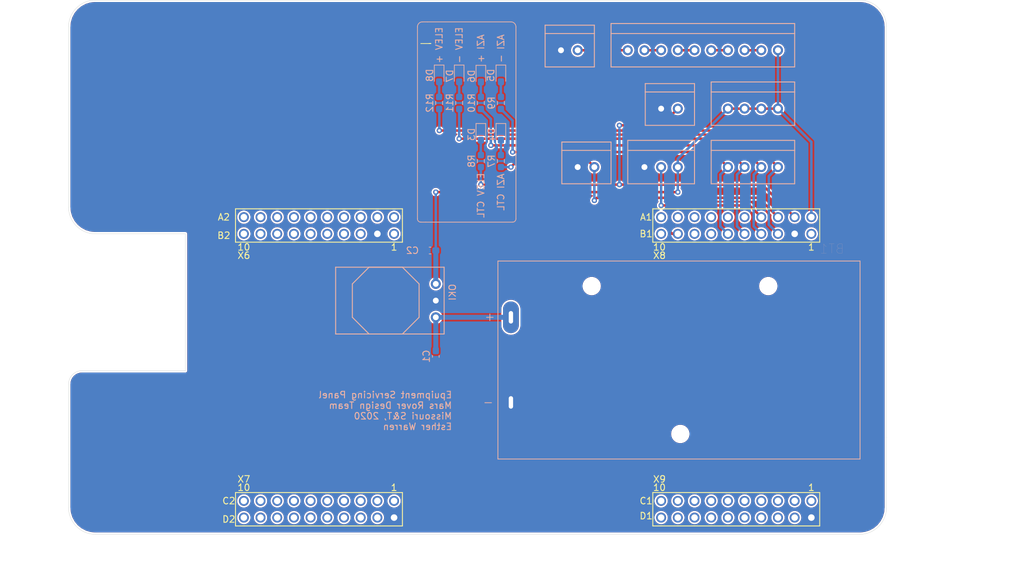
<source format=kicad_pcb>
(kicad_pcb (version 20171130) (host pcbnew "(5.1.5)-3")
  (layers (0 F.Cu signal) (31 B.Cu signal) (34 B.Paste user) (35 F.Paste user) (36 B.SilkS user) (37 F.SilkS user) (38 B.Mask user) (39 F.Mask user) (44 Edge.Cuts user))
  (net 0 "")
  (net 1 +9V)
  (net 2 GND)
  (net 3 +3V3)
  (net 4 ELEV_PLUS)
  (net 5 ELEV_MINUS)
  (net 6 AZI_PLUS)
  (net 7 AZI_MINUS)
  (net 8 ELEV_CTL)
  (net 9 AZI_CTL)
  (net 10 "Net-(Conn6-Pad2)")
  (net 11 "Net-(Conn6-Pad4)")
  (net 12 "Net-(Conn6-Pad6)")
  (net 13 "Net-(Conn6-Pad8)")
  (net 14 "Net-(Conn6-Pad10)")
  (net 15 LCD_TX)
  (net 16 KBoard_RX)
  (net 17 KBoard_TX)
  (net 18 "Net-(U1-PadPM6)")
  (net 19 "Net-(U1-PadPQ1)")
  (net 20 "Net-(U1-PadPQ2)")
  (net 21 "Net-(U1-PadPK0)")
  (net 22 "Net-(U1-PadPQ3)")
  (net 23 "Net-(U1-PadPP3)")
  (net 24 "Net-(U1-PadPQ0)")
  (net 25 "Net-(U1-PadPA4)")
  (net 26 "Net-(U1-PadRese')")
  (net 27 "Net-(U1-PadPA7)")
  (net 28 "Net-(U1-PadPN5)")
  (net 29 "Net-(U1-PadPK2)")
  (net 30 "Net-(U1-PadPK1)")
  (net 31 "Net-(U1-PadPB4)")
  (net 32 "Net-(U1-PadPB5)")
  (net 33 "Net-(U1-PadPK3)")
  (net 34 "Net-(U1-PadPA5)")
  (net 35 "Net-(U1-PadPD2)")
  (net 36 "Net-(U1-PadPD4)")
  (net 37 "Net-(U1-PadPD5)")
  (net 38 "Net-(U1-PadPP4)")
  (net 39 "Net-(U1-PadPN4)")
  (net 40 "Net-(U1-PadPG1)")
  (net 41 "Net-(U1-PadPK4)")
  (net 42 "Net-(U1-PadPK5)")
  (net 43 "Net-(U1-PadPM0)")
  (net 44 "Net-(U1-PadPM1)")
  (net 45 "Net-(U1-PadPM2)")
  (net 46 "Net-(U1-PadPH0)")
  (net 47 "Net-(U1-PadPH1)")
  (net 48 "Net-(U1-PadPK6)")
  (net 49 "Net-(U1-PadPK7)")
  (net 50 "Net-(U1-PadPM7)")
  (net 51 "Net-(U1-PadPP5)")
  (net 52 "Net-(U1-Pad+5V)")
  (net 53 "Net-(U1-PadPD7)")
  (net 54 "Net-(U1-PadPA6)")
  (net 55 "Net-(U1-PadPC6)")
  (net 56 "Net-(U1-PadPE5)")
  (net 57 "Net-(U1-PadPD3)")
  (net 58 "Net-(U1-PadPC7)")
  (net 59 "Net-(U1-PadPB2)")
  (net 60 "Net-(U1-PadPB3)")
  (net 61 "Net-(U1-PadPF1)")
  (net 62 "Net-(U1-PadPF2)")
  (net 63 "Net-(U1-PadPF3)")
  (net 64 "Net-(U1-PadPG0)")
  (net 65 "Net-(U1-PadPL4)")
  (net 66 "Net-(U1-PadPL5)")
  (net 67 "Net-(U1-PadPL0)")
  (net 68 "Net-(U1-PadPL1)")
  (net 69 "Net-(U1-PadPL2)")
  (net 70 "Net-(U1-PadPL3)")
  (net 71 "Net-(U1-PadPM3)")
  (net 72 "Net-(U1-PadPH2)")
  (net 73 "Net-(U1-PadPH3)")
  (net 74 "Net-(U1-PadRese)")
  (net 75 "Net-(U1-PadPD1)")
  (net 76 "Net-(U1-PadPD0)")
  (net 77 "Net-(U1-PadPN2)")
  (net 78 "Net-(U1-PadPN3)")
  (net 79 "Net-(U1-PadPP2)")
  (net 80 "Net-(D3-Pad2)")
  (net 81 "Net-(D4-Pad2)")
  (net 82 "Net-(D5-Pad2)")
  (net 83 "Net-(D6-Pad2)")
  (net 84 "Net-(D7-Pad2)")
  (net 85 "Net-(D8-Pad2)")
  (net 86 "Net-(U1-PadPM4)")
  (net 87 "Net-(U1-PadPM5)")
  (module MRDT_Shields:TM4C129E_Launchpad_FULL_THT_TOP (layer F.Cu) (at 1013.46 -213.36 180)
    (fp_text reference U1 hide)
    (fp_text value TM4C129E_Launchpad hide)
    (fp_text user A2 (at 90.678 -1.27 180) (layer F.SilkS))
    (fp_text user B2 (at 90.678 -4.064 180) (layer F.SilkS))
    (fp_text user A1 (at 26.416 -1.27 180) (layer F.SilkS))
    (fp_text user B1 (at 26.416 -3.81 180) (layer F.SilkS))
    (fp_text user D2 (at 89.916 -47.244) (layer F.SilkS))
    (fp_text user C2 (at 89.916 -44.45 180) (layer F.SilkS))
    (fp_text user D1 (at 26.416 -46.736 180) (layer F.SilkS))
    (fp_text user C1 (at 26.416 -44.45 180) (layer F.SilkS))
    (fp_text user X6 (at 87.63 -7.112) (layer F.SilkS))
    (fp_text user X7 (at 87.63 -41.148 180) (layer F.SilkS))
    (fp_text user X8 (at 24.384 -7.112 180) (layer F.SilkS))
    (fp_text user X9 (at 24.384 -41.148 180) (layer F.SilkS))
    (fp_text user 1 (at 64.77 -5.842 180) (layer F.SilkS))
    (fp_text user 10 (at 87.63 -5.842 180) (layer F.SilkS))
    (fp_text user 10 (at 87.63 -42.418 180) (layer F.SilkS))
    (fp_text user 1 (at 64.77 -42.418 180) (layer F.SilkS))
    (fp_text user 10 (at 24.384 -5.842 180) (layer F.SilkS))
    (fp_text user 1 (at 1.27 -5.842 180) (layer F.SilkS))
    (fp_text user 10 (at 24.384 -42.418 180) (layer F.SilkS))
    (fp_text user 1 (at 1.27 -42.418 180) (layer F.SilkS))
    (fp_line (start 25.4 0) (end 25.4 -5.08) (layer F.SilkS) (width 0.15))
    (fp_line (start 25.4 -5.08) (end 0 -5.08) (layer F.SilkS) (width 0.15))
    (fp_line (start 0 -5.08) (end 0 0) (layer F.SilkS) (width 0.15))
    (fp_line (start 0 0) (end 25.4 0) (layer F.SilkS) (width 0.15))
    (fp_line (start 25.4 -43.18) (end 25.4 -48.26) (layer F.SilkS) (width 0.15))
    (fp_line (start 25.4 -48.26) (end 0 -48.26) (layer F.SilkS) (width 0.15))
    (fp_line (start 0 -48.26) (end 0 -43.18) (layer F.SilkS) (width 0.15))
    (fp_line (start 0 -43.18) (end 25.4 -43.18) (layer F.SilkS) (width 0.15))
    (fp_line (start 88.9 -5.08) (end 63.5 -5.08) (layer F.SilkS) (width 0.15))
    (fp_line (start 63.5 -43.18) (end 88.9 -43.18) (layer F.SilkS) (width 0.15))
    (fp_line (start 88.9 0) (end 88.9 -5.08) (layer F.SilkS) (width 0.15))
    (fp_line (start 63.5 -5.08) (end 63.5 0) (layer F.SilkS) (width 0.15))
    (fp_line (start 63.5 0) (end 88.9 0) (layer F.SilkS) (width 0.15))
    (fp_line (start 88.9 -43.18) (end 88.9 -48.26) (layer F.SilkS) (width 0.15))
    (fp_line (start 88.9 -48.26) (end 63.5 -48.26) (layer F.SilkS) (width 0.15))
    (fp_line (start 63.5 -48.26) (end 63.5 -43.18) (layer F.SilkS) (width 0.15))
    (pad PP2 thru_hole circle (at 24.13 -46.99) (size 1.52 1.52) (drill 1) (layers *.Cu *.Mask F.Paste) (net 79 "Net-(U1-PadPP2)"))
    (pad PN3 thru_hole circle (at 21.59 -46.99) (size 1.52 1.52) (drill 1) (layers *.Cu *.Mask F.Paste) (net 78 "Net-(U1-PadPN3)"))
    (pad PN2 thru_hole circle (at 19.05 -46.99) (size 1.52 1.52) (drill 1) (layers *.Cu *.Mask F.Paste) (net 77 "Net-(U1-PadPN2)"))
    (pad PD0 thru_hole circle (at 16.51 -46.99) (size 1.52 1.52) (drill 1) (layers *.Cu *.Mask F.Paste) (net 76 "Net-(U1-PadPD0)"))
    (pad PD1 thru_hole circle (at 13.97 -46.99) (size 1.52 1.52) (drill 1) (layers *.Cu *.Mask F.Paste) (net 75 "Net-(U1-PadPD1)"))
    (pad Rese thru_hole circle (at 11.43 -46.99) (size 1.52 1.52) (drill 1) (layers *.Cu *.Mask F.Paste) (net 74 "Net-(U1-PadRese)"))
    (pad PH3 thru_hole circle (at 8.89 -46.99) (size 1.52 1.52) (drill 1) (layers *.Cu *.Mask F.Paste) (net 73 "Net-(U1-PadPH3)"))
    (pad PH2 thru_hole circle (at 6.35 -46.99) (size 1.52 1.52) (drill 1) (layers *.Cu *.Mask F.Paste) (net 72 "Net-(U1-PadPH2)"))
    (pad PM3 thru_hole circle (at 3.81 -46.99) (size 1.52 1.52) (drill 1) (layers *.Cu *.Mask F.Paste) (net 71 "Net-(U1-PadPM3)"))
    (pad GND thru_hole circle (at 1.27 -46.99) (size 1.52 1.52) (drill 1) (layers *.Cu *.Mask F.Paste) (net 2 GND))
    (pad PL3 thru_hole circle (at 24.13 -44.45) (size 1.52 1.52) (drill 1) (layers *.Cu *.Mask F.Paste) (net 70 "Net-(U1-PadPL3)"))
    (pad PL2 thru_hole circle (at 21.59 -44.45) (size 1.52 1.52) (drill 1) (layers *.Cu *.Mask F.Paste) (net 69 "Net-(U1-PadPL2)"))
    (pad PL1 thru_hole circle (at 19.05 -44.45) (size 1.52 1.52) (drill 1) (layers *.Cu *.Mask F.Paste) (net 68 "Net-(U1-PadPL1)"))
    (pad PL0 thru_hole circle (at 16.51 -44.45) (size 1.52 1.52) (drill 1) (layers *.Cu *.Mask F.Paste) (net 67 "Net-(U1-PadPL0)"))
    (pad PL5 thru_hole circle (at 13.97 -44.45) (size 1.52 1.52) (drill 1) (layers *.Cu *.Mask F.Paste) (net 66 "Net-(U1-PadPL5)"))
    (pad PL4 thru_hole circle (at 11.43 -44.45) (size 1.52 1.52) (drill 1) (layers *.Cu *.Mask F.Paste) (net 65 "Net-(U1-PadPL4)"))
    (pad PG0 thru_hole circle (at 8.89 -44.45) (size 1.52 1.52) (drill 1) (layers *.Cu *.Mask F.Paste) (net 64 "Net-(U1-PadPG0)"))
    (pad PF3 thru_hole circle (at 6.35 -44.45) (size 1.52 1.52) (drill 1) (layers *.Cu *.Mask F.Paste) (net 63 "Net-(U1-PadPF3)"))
    (pad PF2 thru_hole circle (at 3.81 -44.45) (size 1.52 1.52) (drill 1) (layers *.Cu *.Mask F.Paste) (net 62 "Net-(U1-PadPF2)"))
    (pad PF1 thru_hole circle (at 1.27 -44.45) (size 1.52 1.52) (drill 1) (layers *.Cu *.Mask F.Paste) (net 61 "Net-(U1-PadPF1)"))
    (pad PB3 thru_hole circle (at 24.13 -1.27) (size 1.52 1.52) (drill 1) (layers *.Cu *.Mask F.Paste) (net 60 "Net-(U1-PadPB3)"))
    (pad PB2 thru_hole circle (at 21.59 -1.27) (size 1.52 1.52) (drill 1) (layers *.Cu *.Mask F.Paste) (net 59 "Net-(U1-PadPB2)"))
    (pad PC7 thru_hole circle (at 19.05 -1.27) (size 1.52 1.52) (drill 1) (layers *.Cu *.Mask F.Paste) (net 58 "Net-(U1-PadPC7)"))
    (pad PD3 thru_hole circle (at 16.51 -1.27) (size 1.52 1.52) (drill 1) (layers *.Cu *.Mask F.Paste) (net 57 "Net-(U1-PadPD3)"))
    (pad PE5 thru_hole circle (at 13.97 -1.27) (size 1.52 1.52) (drill 1) (layers *.Cu *.Mask F.Paste) (net 56 "Net-(U1-PadPE5)"))
    (pad PC6 thru_hole circle (at 11.43 -1.27) (size 1.52 1.52) (drill 1) (layers *.Cu *.Mask F.Paste) (net 55 "Net-(U1-PadPC6)"))
    (pad PC5 thru_hole circle (at 8.89 -1.27) (size 1.52 1.52) (drill 1) (layers *.Cu *.Mask F.Paste) (net 15 LCD_TX))
    (pad PC4 thru_hole circle (at 6.35 -1.27) (size 1.52 1.52) (drill 1) (layers *.Cu *.Mask F.Paste) (net 9 AZI_CTL))
    (pad PE4 thru_hole circle (at 3.81 -1.27) (size 1.52 1.52) (drill 1) (layers *.Cu *.Mask F.Paste) (net 8 ELEV_CTL))
    (pad +3V3 thru_hole circle (at 1.27 -1.27) (size 1.52 1.52) (drill 1) (layers *.Cu *.Mask F.Paste) (net 3 +3V3))
    (pad PM5 thru_hole circle (at 24.13 -3.81) (size 1.52 1.52) (drill 1) (layers *.Cu *.Mask F.Paste) (net 87 "Net-(U1-PadPM5)"))
    (pad PM4 thru_hole circle (at 21.59 -3.81) (size 1.52 1.52) (drill 1) (layers *.Cu *.Mask F.Paste) (net 86 "Net-(U1-PadPM4)"))
    (pad PA6 thru_hole circle (at 19.05 -3.81) (size 1.52 1.52) (drill 1) (layers *.Cu *.Mask F.Paste) (net 54 "Net-(U1-PadPA6)"))
    (pad PD7 thru_hole circle (at 16.51 -3.81) (size 1.52 1.52) (drill 1) (layers *.Cu *.Mask F.Paste) (net 53 "Net-(U1-PadPD7)"))
    (pad PE3 thru_hole circle (at 13.97 -3.81) (size 1.52 1.52) (drill 1) (layers *.Cu *.Mask F.Paste) (net 7 AZI_MINUS))
    (pad PE2 thru_hole circle (at 11.43 -3.81) (size 1.52 1.52) (drill 1) (layers *.Cu *.Mask F.Paste) (net 6 AZI_PLUS))
    (pad PE1 thru_hole circle (at 8.89 -3.81) (size 1.52 1.52) (drill 1) (layers *.Cu *.Mask F.Paste) (net 5 ELEV_MINUS))
    (pad PE0 thru_hole circle (at 6.35 -3.81) (size 1.52 1.52) (drill 1) (layers *.Cu *.Mask F.Paste) (net 4 ELEV_PLUS))
    (pad GND thru_hole circle (at 3.81 -3.81) (size 1.52 1.52) (drill 1) (layers *.Cu *.Mask F.Paste) (net 2 GND))
    (pad +5V thru_hole circle (at 1.27 -3.81) (size 1.52 1.52) (drill 1) (layers *.Cu *.Mask F.Paste) (net 52 "Net-(U1-Pad+5V)"))
    (pad PP5 thru_hole circle (at 69.85 -46.99) (size 1.52 1.52) (drill 1) (layers *.Cu *.Mask F.Paste) (net 51 "Net-(U1-PadPP5)"))
    (pad PM7 thru_hole circle (at 67.31 -46.99) (size 1.52 1.52) (drill 1) (layers *.Cu *.Mask F.Paste) (net 50 "Net-(U1-PadPM7)"))
    (pad GND thru_hole circle (at 64.77 -46.99) (size 1.52 1.52) (drill 1) (layers *.Cu *.Mask F.Paste) (net 2 GND))
    (pad PK7 thru_hole circle (at 87.63 -44.45) (size 1.52 1.52) (drill 1) (layers *.Cu *.Mask F.Paste) (net 49 "Net-(U1-PadPK7)"))
    (pad PK6 thru_hole circle (at 85.09 -44.45) (size 1.52 1.52) (drill 1) (layers *.Cu *.Mask F.Paste) (net 48 "Net-(U1-PadPK6)"))
    (pad PH1 thru_hole circle (at 82.55 -44.45) (size 1.52 1.52) (drill 1) (layers *.Cu *.Mask F.Paste) (net 47 "Net-(U1-PadPH1)"))
    (pad PH0 thru_hole circle (at 80.01 -44.45) (size 1.52 1.52) (drill 1) (layers *.Cu *.Mask F.Paste) (net 46 "Net-(U1-PadPH0)"))
    (pad PM2 thru_hole circle (at 77.47 -44.45) (size 1.52 1.52) (drill 1) (layers *.Cu *.Mask F.Paste) (net 45 "Net-(U1-PadPM2)"))
    (pad PM1 thru_hole circle (at 74.93 -44.45) (size 1.52 1.52) (drill 1) (layers *.Cu *.Mask F.Paste) (net 44 "Net-(U1-PadPM1)"))
    (pad PM0 thru_hole circle (at 72.39 -44.45) (size 1.52 1.52) (drill 1) (layers *.Cu *.Mask F.Paste) (net 43 "Net-(U1-PadPM0)"))
    (pad PK5 thru_hole circle (at 69.85 -44.45) (size 1.52 1.52) (drill 1) (layers *.Cu *.Mask F.Paste) (net 42 "Net-(U1-PadPK5)"))
    (pad PK4 thru_hole circle (at 67.31 -44.45) (size 1.52 1.52) (drill 1) (layers *.Cu *.Mask F.Paste) (net 41 "Net-(U1-PadPK4)"))
    (pad PG1 thru_hole circle (at 64.77 -44.45) (size 1.52 1.52) (drill 1) (layers *.Cu *.Mask F.Paste) (net 40 "Net-(U1-PadPG1)"))
    (pad PN4 thru_hole circle (at 87.63 -1.27) (size 1.52 1.52) (drill 1) (layers *.Cu *.Mask F.Paste) (net 39 "Net-(U1-PadPN4)"))
    (pad PP4 thru_hole circle (at 82.55 -1.27) (size 1.52 1.52) (drill 1) (layers *.Cu *.Mask F.Paste) (net 38 "Net-(U1-PadPP4)"))
    (pad PD5 thru_hole circle (at 77.47 -1.27) (size 1.52 1.52) (drill 1) (layers *.Cu *.Mask F.Paste) (net 37 "Net-(U1-PadPD5)"))
    (pad PD4 thru_hole circle (at 74.93 -1.27) (size 1.52 1.52) (drill 1) (layers *.Cu *.Mask F.Paste) (net 36 "Net-(U1-PadPD4)"))
    (pad PP1 thru_hole circle (at 72.39 -1.27) (size 1.52 1.52) (drill 1) (layers *.Cu *.Mask F.Paste) (net 17 KBoard_TX))
    (pad PP0 thru_hole circle (at 69.85 -1.27) (size 1.52 1.52) (drill 1) (layers *.Cu *.Mask F.Paste) (net 16 KBoard_RX))
    (pad PD2 thru_hole circle (at 67.31 -1.27) (size 1.52 1.52) (drill 1) (layers *.Cu *.Mask F.Paste) (net 35 "Net-(U1-PadPD2)"))
    (pad PA5 thru_hole circle (at 87.63 -3.81) (size 1.52 1.52) (drill 1) (layers *.Cu *.Mask F.Paste) (net 34 "Net-(U1-PadPA5)"))
    (pad PK3 thru_hole circle (at 82.55 -3.81) (size 1.52 1.52) (drill 1) (layers *.Cu *.Mask F.Paste) (net 33 "Net-(U1-PadPK3)"))
    (pad PB5 thru_hole circle (at 72.39 -3.81) (size 1.52 1.52) (drill 1) (layers *.Cu *.Mask F.Paste) (net 32 "Net-(U1-PadPB5)"))
    (pad PB4 thru_hole circle (at 69.85 -3.81) (size 1.52 1.52) (drill 1) (layers *.Cu *.Mask F.Paste) (net 31 "Net-(U1-PadPB4)"))
    (pad GND thru_hole circle (at 67.31 -3.81) (size 1.52 1.52) (drill 1) (layers *.Cu *.Mask F.Paste) (net 2 GND))
    (pad +5V` thru_hole circle (at 64.77 -3.81) (size 1.52 1.52) (drill 1) (layers *.Cu *.Mask F.Paste))
    (pad PK1 thru_hole circle (at 77.47 -3.81) (size 1.52 1.52) (drill 1) (layers *.Cu *.Mask F.Paste) (net 30 "Net-(U1-PadPK1)"))
    (pad PK2 thru_hole circle (at 80.01 -3.81) (size 1.52 1.52) (drill 1) (layers *.Cu *.Mask F.Paste) (net 29 "Net-(U1-PadPK2)"))
    (pad PN5 thru_hole circle (at 85.09 -1.27) (size 1.52 1.52) (drill 1) (layers *.Cu *.Mask F.Paste) (net 28 "Net-(U1-PadPN5)"))
    (pad PA7 thru_hole circle (at 72.39 -46.99) (size 1.52 1.52) (drill 1) (layers *.Cu *.Mask F.Paste) (net 27 "Net-(U1-PadPA7)"))
    (pad Rese' thru_hole circle (at 74.93 -46.99) (size 1.52 1.52) (drill 1) (layers *.Cu *.Mask F.Paste) (net 26 "Net-(U1-PadRese')"))
    (pad PA4 thru_hole circle (at 85.09 -3.81) (size 1.52 1.52) (drill 1) (layers *.Cu *.Mask F.Paste) (net 25 "Net-(U1-PadPA4)"))
    (pad PQ0 thru_hole circle (at 80.01 -1.27) (size 1.52 1.52) (drill 1) (layers *.Cu *.Mask F.Paste) (net 24 "Net-(U1-PadPQ0)"))
    (pad PP3 thru_hole circle (at 82.55 -46.99) (size 1.52 1.52) (drill 1) (layers *.Cu *.Mask F.Paste) (net 23 "Net-(U1-PadPP3)"))
    (pad PQ3 thru_hole circle (at 80.01 -46.99) (size 1.52 1.52) (drill 1) (layers *.Cu *.Mask F.Paste) (net 22 "Net-(U1-PadPQ3)"))
    (pad PK0 thru_hole circle (at 74.93 -3.81) (size 1.52 1.52) (drill 1) (layers *.Cu *.Mask F.Paste) (net 21 "Net-(U1-PadPK0)"))
    (pad PQ2 thru_hole circle (at 77.47 -46.99) (size 1.52 1.52) (drill 1) (layers *.Cu *.Mask F.Paste) (net 20 "Net-(U1-PadPQ2)"))
    (pad PQ1 thru_hole circle (at 85.09 -46.99) (size 1.52 1.52) (drill 1) (layers *.Cu *.Mask F.Paste) (net 19 "Net-(U1-PadPQ1)"))
    (pad PM6 thru_hole circle (at 87.63 -46.99) (size 1.52 1.52) (drill 1) (layers *.Cu *.Mask F.Paste) (net 18 "Net-(U1-PadPM6)"))
    (pad +3V3` thru_hole circle (at 64.77 -1.27) (size 1.52 1.52) (drill 1) (layers *.Cu *.Mask F.Paste))
  )
  (module Resistor_SMD:R_0603_1608Metric_Pad0.98x0.95mm_HandSolder (layer B.Cu) (at 955.548 -229.4655 270)
    (fp_text reference R12 (at 0 1.43 270) (layer B.SilkS) (effects (justify mirror)))
    (fp_text value 330)
    (fp_line (start -0.254724 -0.5225) (end 0.254724 -0.5225) (layer B.SilkS) (width 0.12))
    (fp_line (start -0.254724 0.5225) (end 0.254724 0.5225) (layer B.SilkS) (width 0.12))
    (pad 2 smd roundrect (at 0.9125 0 270) (size 0.975 0.95) (layers B.Cu B.Paste B.Mask) (net 4 ELEV_PLUS))
    (pad 1 smd roundrect (at -0.9125 0 270) (size 0.975 0.95) (layers B.Cu B.Paste B.Mask) (net 85 "Net-(D8-Pad2)"))
  )
  (module Resistor_SMD:R_0603_1608Metric_Pad0.98x0.95mm_HandSolder (layer B.Cu) (at 958.596 -229.4655 270)
    (fp_text reference R11 (at 0 1.43 270) (layer B.SilkS) (effects (justify mirror)))
    (fp_text value 330)
    (fp_line (start -0.254724 -0.5225) (end 0.254724 -0.5225) (layer B.SilkS) (width 0.12))
    (fp_line (start -0.254724 0.5225) (end 0.254724 0.5225) (layer B.SilkS) (width 0.12))
    (pad 2 smd roundrect (at 0.9125 0 270) (size 0.975 0.95) (layers B.Cu B.Paste B.Mask) (net 5 ELEV_MINUS))
    (pad 1 smd roundrect (at -0.9125 0 270) (size 0.975 0.95) (layers B.Cu B.Paste B.Mask) (net 84 "Net-(D7-Pad2)"))
  )
  (module Resistor_SMD:R_0603_1608Metric_Pad0.98x0.95mm_HandSolder (layer B.Cu) (at 961.898 -229.4655 270)
    (fp_text reference R10 (at 0 1.43 270) (layer B.SilkS) (effects (justify mirror)))
    (fp_text value 330)
    (fp_line (start -0.254724 -0.5225) (end 0.254724 -0.5225) (layer B.SilkS) (width 0.12))
    (fp_line (start -0.254724 0.5225) (end 0.254724 0.5225) (layer B.SilkS) (width 0.12))
    (pad 2 smd roundrect (at 0.9125 0 270) (size 0.975 0.95) (layers B.Cu B.Paste B.Mask) (net 6 AZI_PLUS))
    (pad 1 smd roundrect (at -0.9125 0 270) (size 0.975 0.95) (layers B.Cu B.Paste B.Mask) (net 83 "Net-(D6-Pad2)"))
  )
  (module Resistor_SMD:R_0603_1608Metric_Pad0.98x0.95mm_HandSolder (layer B.Cu) (at 964.946 -229.4655 270)
    (fp_text reference R9 (at 0 1.43 270) (layer B.SilkS) (effects (justify mirror)))
    (fp_text value 330)
    (fp_line (start -0.254724 -0.5225) (end 0.254724 -0.5225) (layer B.SilkS) (width 0.12))
    (fp_line (start -0.254724 0.5225) (end 0.254724 0.5225) (layer B.SilkS) (width 0.12))
    (pad 2 smd roundrect (at 0.9125 0 270) (size 0.975 0.95) (layers B.Cu B.Paste B.Mask) (net 7 AZI_MINUS))
    (pad 1 smd roundrect (at -0.9125 0 270) (size 0.975 0.95) (layers B.Cu B.Paste B.Mask) (net 82 "Net-(D5-Pad2)"))
  )
  (module LED_SMD:LED_0603_1608Metric_Pad1.05x0.95mm_HandSolder (layer B.Cu) (at 955.548 -233.567 270)
    (fp_text reference D8 (at -0.113 1.43 270) (layer B.SilkS) (effects (justify mirror)))
    (fp_text value BLUE)
    (fp_line (start -1.66 -0.735) (end 0.8 -0.735) (layer B.SilkS) (width 0.12))
    (fp_line (start -1.66 0.735) (end -1.66 -0.735) (layer B.SilkS) (width 0.12))
    (fp_line (start 0.8 0.735) (end -1.66 0.735) (layer B.SilkS) (width 0.12))
    (pad 2 smd roundrect (at 0.875 0 270) (size 1.05 0.95) (layers B.Cu B.Paste B.Mask) (net 85 "Net-(D8-Pad2)"))
    (pad 1 smd roundrect (at -0.875 0 270) (size 1.05 0.95) (layers B.Cu B.Paste B.Mask) (net 2 GND))
  )
  (module LED_SMD:LED_0603_1608Metric_Pad1.05x0.95mm_HandSolder (layer B.Cu) (at 958.596 -233.567 270)
    (fp_text reference D7 (at 0 1.43 270) (layer B.SilkS) (effects (justify mirror)))
    (fp_text value BLUE)
    (fp_line (start -1.66 -0.735) (end 0.8 -0.735) (layer B.SilkS) (width 0.12))
    (fp_line (start -1.66 0.735) (end -1.66 -0.735) (layer B.SilkS) (width 0.12))
    (fp_line (start 0.8 0.735) (end -1.66 0.735) (layer B.SilkS) (width 0.12))
    (pad 2 smd roundrect (at 0.875 0 270) (size 1.05 0.95) (layers B.Cu B.Paste B.Mask) (net 84 "Net-(D7-Pad2)"))
    (pad 1 smd roundrect (at -0.875 0 270) (size 1.05 0.95) (layers B.Cu B.Paste B.Mask) (net 2 GND))
  )
  (module LED_SMD:LED_0603_1608Metric_Pad1.05x0.95mm_HandSolder (layer B.Cu) (at 961.898 -233.539 270)
    (fp_text reference D6 (at 0 1.43 270) (layer B.SilkS) (effects (justify mirror)))
    (fp_text value BLUE)
    (fp_line (start -1.66 -0.735) (end 0.8 -0.735) (layer B.SilkS) (width 0.12))
    (fp_line (start -1.66 0.735) (end -1.66 -0.735) (layer B.SilkS) (width 0.12))
    (fp_line (start 0.8 0.735) (end -1.66 0.735) (layer B.SilkS) (width 0.12))
    (pad 2 smd roundrect (at 0.875 0 270) (size 1.05 0.95) (layers B.Cu B.Paste B.Mask) (net 83 "Net-(D6-Pad2)"))
    (pad 1 smd roundrect (at -0.875 0 270) (size 1.05 0.95) (layers B.Cu B.Paste B.Mask) (net 2 GND))
  )
  (module LED_SMD:LED_0603_1608Metric_Pad1.05x0.95mm_HandSolder (layer B.Cu) (at 964.946 -233.567 270)
    (fp_text reference D5 (at -0.113 1.524 270) (layer B.SilkS) (effects (justify mirror)))
    (fp_text value BLUE)
    (fp_line (start -1.66 -0.735) (end 0.8 -0.735) (layer B.SilkS) (width 0.12))
    (fp_line (start -1.66 0.735) (end -1.66 -0.735) (layer B.SilkS) (width 0.12))
    (fp_line (start 0.8 0.735) (end -1.66 0.735) (layer B.SilkS) (width 0.12))
    (pad 2 smd roundrect (at 0.875 0 270) (size 1.05 0.95) (layers B.Cu B.Paste B.Mask) (net 82 "Net-(D5-Pad2)"))
    (pad 1 smd roundrect (at -0.875 0 270) (size 1.05 0.95) (layers B.Cu B.Paste B.Mask) (net 2 GND))
  )
  (module LED_SMD:LED_0603_1608Metric_Pad1.05x0.95mm_HandSolder (layer B.Cu) (at 964.946 -224.677 270)
    (fp_text reference D4 (at 0 1.43 270) (layer B.SilkS) (effects (justify mirror)))
    (fp_text value BLUE)
    (fp_line (start -1.66 -0.735) (end 0.8 -0.735) (layer B.SilkS) (width 0.12))
    (fp_line (start -1.66 0.735) (end -1.66 -0.735) (layer B.SilkS) (width 0.12))
    (fp_line (start 0.8 0.735) (end -1.66 0.735) (layer B.SilkS) (width 0.12))
    (pad 2 smd roundrect (at 0.875 0 270) (size 1.05 0.95) (layers B.Cu B.Paste B.Mask) (net 81 "Net-(D4-Pad2)"))
    (pad 1 smd roundrect (at -0.875 0 270) (size 1.05 0.95) (layers B.Cu B.Paste B.Mask) (net 2 GND))
  )
  (module LED_SMD:LED_0603_1608Metric_Pad1.05x0.95mm_HandSolder (layer B.Cu) (at 961.898 -224.677 270)
    (fp_text reference D3 (at 0 1.43 270) (layer B.SilkS) (effects (justify mirror)))
    (fp_text value BLUE)
    (fp_line (start -1.66 -0.735) (end 0.8 -0.735) (layer B.SilkS) (width 0.12))
    (fp_line (start -1.66 0.735) (end -1.66 -0.735) (layer B.SilkS) (width 0.12))
    (fp_line (start 0.8 0.735) (end -1.66 0.735) (layer B.SilkS) (width 0.12))
    (pad 2 smd roundrect (at 0.875 0 270) (size 1.05 0.95) (layers B.Cu B.Paste B.Mask) (net 80 "Net-(D3-Pad2)"))
    (pad 1 smd roundrect (at -0.875 0 270) (size 1.05 0.95) (layers B.Cu B.Paste B.Mask) (net 2 GND))
  )
  (module Packages:BAT_BC9VPC (layer B.Cu) (at 992.251 -190.373 180)
    (fp_text reference BT1 (at -23.055 16.889) (layer B.SilkS) (effects (font (size 1.4 1.4) (thickness 0.015)) (justify mirror)))
    (fp_text value BC9VPC)
    (fp_line (start 28.9874 5.9768) (end 28.9874 6.9768) (layer B.SilkS) (width 0.127))
    (fp_line (start 28.4874 6.4768) (end 29.4874 6.4768) (layer B.SilkS) (width 0.127))
    (fp_line (start 28.7374 -6.5232) (end 29.7374 -6.5232) (layer B.SilkS) (width 0.127))
    (fp_line (start 27.7622 15.0368) (end -27.3558 15.0368) (layer B.SilkS) (width 0.127))
    (fp_line (start 27.7622 -15.0876) (end 27.7622 15.0368) (layer B.SilkS) (width 0.127))
    (fp_line (start -27.3558 -15.0876) (end 27.7622 -15.0876) (layer B.SilkS) (width 0.127))
    (fp_line (start -27.3558 15.0368) (end -27.3558 -15.0876) (layer B.SilkS) (width 0.127))
    (pad None np_thru_hole circle (at 0 -11.2776 180) (size 2.286 2.286) (drill 2.286) (layers *.Cu *.Mask))
    (pad None np_thru_hole circle (at -13.3858 11.2268 180) (size 2.286 2.286) (drill 2.286) (layers *.Cu *.Mask))
    (pad None np_thru_hole circle (at 13.4874 11.2268 180) (size 2.286 2.286) (drill 2.286) (layers *.Cu *.Mask))
    (pad N thru_hole oval (at 25.781 -6.477 180) (size 2.41 4.82) (drill oval 0.6604 1.905) (layers *.Cu *.Mask) (net 2 GND))
    (pad P thru_hole oval (at 25.781 6.477 180) (size 2.41 4.82) (drill oval 0.6604 1.905) (layers *.Cu *.Mask) (net 1 +9V))
  )
  (module Capacitor_SMD:C_0603_1608Metric_Pad1.08x0.95mm_HandSolder (layer B.Cu) (at 955.04 -190.9075 270)
    (fp_text reference C1 (at 0 1.43 270) (layer B.SilkS) (effects (justify mirror)))
    (fp_text value 10uF)
    (fp_line (start -0.146267 -0.51) (end 0.146267 -0.51) (layer B.SilkS) (width 0.12))
    (fp_line (start -0.146267 0.51) (end 0.146267 0.51) (layer B.SilkS) (width 0.12))
    (pad 1 smd roundrect (at -0.8625 0 270) (size 1.075 0.95) (layers B.Cu B.Paste B.Mask) (net 1 +9V))
    (pad 2 smd roundrect (at 0.8625 0 270) (size 1.075 0.95) (layers B.Cu B.Paste B.Mask) (net 2 GND))
  )
  (module Capacitor_SMD:C_0603_1608Metric_Pad1.08x0.95mm_HandSolder (layer B.Cu) (at 954.1775 -207.01 180)
    (fp_text reference C2 (at 2.6935 0) (layer B.SilkS) (effects (justify mirror)))
    (fp_text value 10uF)
    (fp_line (start -0.146267 0.51) (end 0.146267 0.51) (layer B.SilkS) (width 0.12))
    (fp_line (start -0.146267 -0.51) (end 0.146267 -0.51) (layer B.SilkS) (width 0.12))
    (pad 2 smd roundrect (at 0.8625 0 180) (size 1.075 0.95) (layers B.Cu B.Paste B.Mask) (net 2 GND))
    (pad 1 smd roundrect (at -0.8625 0 180) (size 1.075 0.95) (layers B.Cu B.Paste B.Mask) (net 3 +3V3))
  )
  (module MRDT_Connectors:MOLEX_SL_04_Vertical (layer B.Cu) (at 1007.11 -219.71 180)
    (fp_text reference Conn2 hide)
    (fp_text value Joystick_OUT)
    (fp_line (start -2.54 -2.54) (end -2.54 2.54) (layer B.SilkS) (width 0.15))
    (fp_line (start 10.16 -2.54) (end 10.16 2.54) (layer B.SilkS) (width 0.15))
    (fp_line (start -2.54 2.54) (end 10.16 2.54) (layer B.SilkS) (width 0.15))
    (fp_line (start 10.16 -2.54) (end -2.54 -2.54) (layer B.SilkS) (width 0.15))
    (fp_line (start -2.54 4.064) (end -2.54 2.54) (layer B.SilkS) (width 0.15))
    (fp_line (start 10.16 2.54) (end 10.16 4.064) (layer B.SilkS) (width 0.15))
    (fp_line (start 10.16 4.064) (end -2.54 4.064) (layer B.SilkS) (width 0.15))
    (pad 1 thru_hole circle (at 0 0 180) (size 1.524 1.524) (drill 0.9) (layers *.Cu *.Mask) (net 4 ELEV_PLUS))
    (pad 2 thru_hole circle (at 2.54 0 180) (size 1.524 1.524) (drill 0.9) (layers *.Cu *.Mask) (net 5 ELEV_MINUS))
    (pad 3 thru_hole circle (at 5.08 0 180) (size 1.524 1.524) (drill 0.9) (layers *.Cu *.Mask) (net 6 AZI_PLUS))
    (pad 4 thru_hole circle (at 7.62 0 180) (size 1.524 1.524) (drill 0.9) (layers *.Cu *.Mask) (net 7 AZI_MINUS))
    (pad 4 thru_hole circle (at 7.62 0 180) (size 1.524 1.524) (drill 0.9) (layers *.Cu *.Mask) (net 7 AZI_MINUS))
  )
  (module MRDT_Connectors:MOLEX_SL_04_Vertical (layer B.Cu) (at 1007.11 -228.6 180)
    (fp_text reference Conn3 hide)
    (fp_text value Joystick_GND)
    (fp_line (start 10.16 4.064) (end -2.54 4.064) (layer B.SilkS) (width 0.15))
    (fp_line (start 10.16 2.54) (end 10.16 4.064) (layer B.SilkS) (width 0.15))
    (fp_line (start -2.54 4.064) (end -2.54 2.54) (layer B.SilkS) (width 0.15))
    (fp_line (start 10.16 -2.54) (end -2.54 -2.54) (layer B.SilkS) (width 0.15))
    (fp_line (start -2.54 2.54) (end 10.16 2.54) (layer B.SilkS) (width 0.15))
    (fp_line (start 10.16 -2.54) (end 10.16 2.54) (layer B.SilkS) (width 0.15))
    (fp_line (start -2.54 -2.54) (end -2.54 2.54) (layer B.SilkS) (width 0.15))
    (pad 4 thru_hole circle (at 7.62 0 180) (size 1.524 1.524) (drill 0.9) (layers *.Cu *.Mask) (net 3 +3V3))
    (pad 4 thru_hole circle (at 7.62 0 180) (size 1.524 1.524) (drill 0.9) (layers *.Cu *.Mask) (net 3 +3V3))
    (pad 3 thru_hole circle (at 5.08 0 180) (size 1.524 1.524) (drill 0.9) (layers *.Cu *.Mask) (net 3 +3V3))
    (pad 2 thru_hole circle (at 2.54 0 180) (size 1.524 1.524) (drill 0.9) (layers *.Cu *.Mask) (net 3 +3V3))
    (pad 1 thru_hole circle (at 0 0 180) (size 1.524 1.524) (drill 0.9) (layers *.Cu *.Mask) (net 3 +3V3))
  )
  (module MRDT_Connectors:MOLEX_SL_02_Vertical (layer B.Cu) (at 991.87 -228.6 180)
    (fp_text reference Conn4 hide)
    (fp_text value ELEV)
    (fp_line (start -2.54 3.81) (end 4.953 3.81) (layer B.SilkS) (width 0.15))
    (fp_line (start 4.953 3.81) (end 4.953 2.54) (layer B.SilkS) (width 0.15))
    (fp_line (start -2.54 2.54) (end -2.54 3.81) (layer B.SilkS) (width 0.15))
    (fp_line (start 4.953 -2.54) (end -2.54 -2.54) (layer B.SilkS) (width 0.15))
    (fp_line (start -2.54 2.54) (end 4.953 2.54) (layer B.SilkS) (width 0.15))
    (fp_line (start 4.953 2.54) (end 4.953 -2.54) (layer B.SilkS) (width 0.15))
    (fp_line (start -2.54 2.54) (end -2.54 -2.54) (layer B.SilkS) (width 0.15))
    (pad 2 thru_hole circle (at 2.54 0 180) (size 1.524 1.524) (drill 0.9) (layers *.Cu *.Mask) (net 2 GND))
    (pad 1 thru_hole circle (at 0 0 180) (size 1.524 1.524) (drill 0.9) (layers *.Cu *.Mask) (net 8 ELEV_CTL))
  )
  (module MRDT_Connectors:MOLEX_SL_02_Vertical (layer B.Cu) (at 979.17 -219.71 180)
    (fp_text reference Conn5 hide)
    (fp_text value AZI)
    (fp_line (start -2.54 2.54) (end -2.54 -2.54) (layer B.SilkS) (width 0.15))
    (fp_line (start 4.953 2.54) (end 4.953 -2.54) (layer B.SilkS) (width 0.15))
    (fp_line (start -2.54 2.54) (end 4.953 2.54) (layer B.SilkS) (width 0.15))
    (fp_line (start 4.953 -2.54) (end -2.54 -2.54) (layer B.SilkS) (width 0.15))
    (fp_line (start -2.54 2.54) (end -2.54 3.81) (layer B.SilkS) (width 0.15))
    (fp_line (start 4.953 3.81) (end 4.953 2.54) (layer B.SilkS) (width 0.15))
    (fp_line (start -2.54 3.81) (end 4.953 3.81) (layer B.SilkS) (width 0.15))
    (pad 1 thru_hole circle (at 0 0 180) (size 1.524 1.524) (drill 0.9) (layers *.Cu *.Mask) (net 9 AZI_CTL))
    (pad 2 thru_hole circle (at 2.54 0 180) (size 1.524 1.524) (drill 0.9) (layers *.Cu *.Mask) (net 2 GND))
  )
  (module MRDT_Connectors:MOLEX_SL_10_Vertical (layer B.Cu) (at 1007.11 -237.49 180)
    (fp_text reference Conn6 hide)
    (fp_text value Switches)
    (fp_line (start -2.54 -2.54) (end -2.54 2.54) (layer B.SilkS) (width 0.15))
    (fp_line (start 25.4 -2.54) (end 25.4 2.54) (layer B.SilkS) (width 0.15))
    (fp_line (start -2.54 2.54) (end 25.4 2.54) (layer B.SilkS) (width 0.15))
    (fp_line (start 25.4 -2.54) (end -2.54 -2.54) (layer B.SilkS) (width 0.15))
    (fp_line (start -2.54 4.064) (end -2.54 2.54) (layer B.SilkS) (width 0.15))
    (fp_line (start 25.4 2.54) (end 25.4 4.064) (layer B.SilkS) (width 0.15))
    (fp_line (start 25.4 4.064) (end -2.54 4.064) (layer B.SilkS) (width 0.15))
    (pad 1 thru_hole circle (at 0 0 180) (size 1.524 1.524) (drill 0.9) (layers *.Cu *.Mask) (net 3 +3V3))
    (pad 2 thru_hole circle (at 2.54 0 180) (size 1.524 1.524) (drill 0.9) (layers *.Cu *.Mask) (net 10 "Net-(Conn6-Pad2)"))
    (pad 3 thru_hole circle (at 5.08 0 180) (size 1.524 1.524) (drill 0.9) (layers *.Cu *.Mask) (net 10 "Net-(Conn6-Pad2)"))
    (pad 4 thru_hole circle (at 7.62 0 180) (size 1.524 1.524) (drill 0.9) (layers *.Cu *.Mask) (net 11 "Net-(Conn6-Pad4)"))
    (pad 5 thru_hole circle (at 10.16 0 180) (size 1.524 1.524) (drill 0.9) (layers *.Cu *.Mask) (net 11 "Net-(Conn6-Pad4)"))
    (pad 6 thru_hole circle (at 12.7 0 180) (size 1.524 1.524) (drill 0.9) (layers *.Cu *.Mask) (net 12 "Net-(Conn6-Pad6)"))
    (pad 7 thru_hole circle (at 15.24 0 180) (size 1.524 1.524) (drill 0.9) (layers *.Cu *.Mask) (net 12 "Net-(Conn6-Pad6)"))
    (pad 8 thru_hole circle (at 17.78 0 180) (size 1.524 1.524) (drill 0.9) (layers *.Cu *.Mask) (net 13 "Net-(Conn6-Pad8)"))
    (pad 9 thru_hole circle (at 20.32 0 180) (size 1.524 1.524) (drill 0.9) (layers *.Cu *.Mask) (net 13 "Net-(Conn6-Pad8)"))
    (pad 10 thru_hole circle (at 22.86 0 180) (size 1.524 1.524) (drill 0.9) (layers *.Cu *.Mask) (net 14 "Net-(Conn6-Pad10)"))
  )
  (module MRDT_Connectors:MOLEX_SL_02_Vertical (layer B.Cu) (at 976.63 -237.49 180)
    (fp_text reference Conn7 hide)
    (fp_text value Green_LED)
    (fp_line (start -2.54 2.54) (end -2.54 -2.54) (layer B.SilkS) (width 0.15))
    (fp_line (start 4.953 2.54) (end 4.953 -2.54) (layer B.SilkS) (width 0.15))
    (fp_line (start -2.54 2.54) (end 4.953 2.54) (layer B.SilkS) (width 0.15))
    (fp_line (start 4.953 -2.54) (end -2.54 -2.54) (layer B.SilkS) (width 0.15))
    (fp_line (start -2.54 2.54) (end -2.54 3.81) (layer B.SilkS) (width 0.15))
    (fp_line (start 4.953 3.81) (end 4.953 2.54) (layer B.SilkS) (width 0.15))
    (fp_line (start -2.54 3.81) (end 4.953 3.81) (layer B.SilkS) (width 0.15))
    (pad 1 thru_hole circle (at 0 0 180) (size 1.524 1.524) (drill 0.9) (layers *.Cu *.Mask) (net 14 "Net-(Conn6-Pad10)"))
    (pad 2 thru_hole circle (at 2.54 0 180) (size 1.524 1.524) (drill 0.9) (layers *.Cu *.Mask) (net 2 GND))
  )
  (module MRDT_Connectors:MOLEX_SL_03_Vertical (layer B.Cu) (at 991.87 -219.71 180)
    (fp_text reference Conn8 hide)
    (fp_text value Molex_SL_03)
    (fp_line (start 7.62 -2.54) (end 7.62 2.54) (layer B.SilkS) (width 0.15))
    (fp_line (start -2.54 -2.54) (end -2.54 2.54) (layer B.SilkS) (width 0.15))
    (fp_line (start 7.62 2.54) (end -2.54 2.54) (layer B.SilkS) (width 0.15))
    (fp_line (start -2.54 -2.54) (end 7.62 -2.54) (layer B.SilkS) (width 0.15))
    (fp_line (start -2.54 4.064) (end -2.54 2.54) (layer B.SilkS) (width 0.15))
    (fp_line (start 7.62 2.54) (end 7.62 4.064) (layer B.SilkS) (width 0.15))
    (fp_line (start 7.62 4.064) (end -2.54 4.064) (layer B.SilkS) (width 0.15))
    (pad 1 thru_hole circle (at 0 0 180) (size 1.524 1.524) (drill 0.9) (layers *.Cu *.Mask) (net 3 +3V3))
    (pad 2 thru_hole circle (at 2.54 0 180) (size 1.524 1.524) (drill 0.9) (layers *.Cu *.Mask) (net 15 LCD_TX))
    (pad 3 thru_hole circle (at 5.08 0 180) (size 1.524 1.524) (drill 0.9) (layers *.Cu *.Mask) (net 2 GND))
  )
  (module MRDT_Devices:OKI_Horizontal (layer B.Cu) (at 955.04 -196.85 90)
    (fp_text reference U2 hide)
    (fp_text value OKI (at 3.81 2.54 270) (layer B.SilkS) (effects (justify mirror)))
    (fp_line (start 5.08 -2.54) (end 7.62 -5.08) (layer B.SilkS) (width 0.15))
    (fp_line (start 7.62 -5.08) (end 7.62 -10.16) (layer B.SilkS) (width 0.15))
    (fp_line (start 7.62 -10.16) (end 5.08 -12.7) (layer B.SilkS) (width 0.15))
    (fp_line (start 5.08 -12.7) (end 0 -12.7) (layer B.SilkS) (width 0.15))
    (fp_line (start 0 -12.7) (end -2.54 -10.16) (layer B.SilkS) (width 0.15))
    (fp_line (start -2.54 -10.16) (end -2.54 -5.08) (layer B.SilkS) (width 0.15))
    (fp_line (start -2.54 -5.08) (end 0 -2.54) (layer B.SilkS) (width 0.15))
    (fp_line (start 0 -2.54) (end 5.08 -2.54) (layer B.SilkS) (width 0.15))
    (fp_line (start -2.54 -15.24) (end 7.62 -15.24) (layer B.SilkS) (width 0.15))
    (fp_line (start -2.54 1.27) (end 7.62 1.27) (layer B.SilkS) (width 0.15))
    (fp_line (start 7.62 1.27) (end 7.62 -15.24) (layer B.SilkS) (width 0.15))
    (fp_line (start -2.54 -15.24) (end -2.54 1.27) (layer B.SilkS) (width 0.15))
    (pad 3 thru_hole circle (at 5.08 0 90) (size 1.524 1.524) (drill 0.889) (layers *.Cu *.Mask) (net 3 +3V3))
    (pad 2 thru_hole circle (at 2.54 0 90) (size 1.524 1.524) (drill 0.889) (layers *.Cu *.Mask) (net 2 GND))
    (pad 1 thru_hole circle (at 0 0 90) (size 1.524 1.524) (drill 0.889) (layers *.Cu *.Mask) (net 1 +9V))
  )
  (module Resistor_SMD:R_0603_1608Metric_Pad0.98x0.95mm_HandSolder (layer B.Cu) (at 964.946 -220.6225 270)
    (fp_text reference R7 (at 0 1.43 270) (layer B.SilkS) (effects (justify mirror)))
    (fp_text value 330)
    (fp_line (start -0.254724 -0.5225) (end 0.254724 -0.5225) (layer B.SilkS) (width 0.12))
    (fp_line (start -0.254724 0.5225) (end 0.254724 0.5225) (layer B.SilkS) (width 0.12))
    (pad 1 smd roundrect (at -0.9125 0 270) (size 0.975 0.95) (layers B.Cu B.Paste B.Mask) (net 81 "Net-(D4-Pad2)"))
    (pad 2 smd roundrect (at 0.9125 0 270) (size 0.975 0.95) (layers B.Cu B.Paste B.Mask) (net 9 AZI_CTL))
  )
  (module Resistor_SMD:R_0603_1608Metric_Pad0.98x0.95mm_HandSolder (layer B.Cu) (at 961.898 -220.6225 270)
    (fp_text reference R8 (at 0 1.43 270) (layer B.SilkS) (effects (justify mirror)))
    (fp_text value 330)
    (fp_line (start -0.254724 0.5225) (end 0.254724 0.5225) (layer B.SilkS) (width 0.12))
    (fp_line (start -0.254724 -0.5225) (end 0.254724 -0.5225) (layer B.SilkS) (width 0.12))
    (pad 2 smd roundrect (at 0.9125 0 270) (size 0.975 0.95) (layers B.Cu B.Paste B.Mask) (net 8 ELEV_CTL))
    (pad 1 smd roundrect (at -0.9125 0 270) (size 0.975 0.95) (layers B.Cu B.Paste B.Mask) (net 80 "Net-(D3-Pad2)"))
  )
  (gr_text "Epuipment Servicing Panel\nMars Rover Design Team\nMissouri S&T, 2020\nEsther Warren" (at 957.58 -182.626) (layer B.SilkS) (effects (font (size 1 1)) (justify left mirror)))
  (gr_arc (start 966.724 -211.836) (end 966.724 -211.328) (angle -90) (layer B.SilkS) (width 0.12))
  (gr_arc (start 952.754 -211.836) (end 952.246 -211.836) (angle -90) (layer B.SilkS) (width 0.12))
  (gr_arc (start 953.008 -241.046) (end 953.008 -241.808) (angle -90) (layer B.SilkS) (width 0.12))
  (gr_arc (start 966.47 -241.046) (end 967.232 -241.046) (angle -90) (layer B.SilkS) (width 0.12))
  (gr_line (start 953.008 -241.808) (end 953.77 -241.808) (layer B.SilkS) (width 0.12))
  (gr_line (start 952.246 -211.836) (end 952.246 -241.046) (layer B.SilkS) (width 0.12))
  (gr_line (start 952.754 -211.328) (end 952.754 -211.328) (layer B.SilkS) (width 0.12))
  (gr_line (start 953.516 -211.328) (end 952.754 -211.328) (layer B.SilkS) (width 0.12))
  (gr_line (start 966.724 -211.328) (end 953.516 -211.328) (layer B.SilkS) (width 0.12))
  (gr_line (start 967.232 -241.046) (end 967.232 -211.836) (layer B.SilkS) (width 0.12))
  (gr_line (start 953.77 -241.808) (end 966.47 -241.808) (layer B.SilkS) (width 0.12))
  (gr_text "ELEV CTL" (at 961.898 -215.392 90) (layer B.SilkS) (effects (font (size 1 1)) (justify mirror)))
  (gr_text "AZI CTL" (at 964.946 -215.9 90) (layer B.SilkS) (effects (font (size 1 1)) (justify mirror)))
  (gr_text "ELEV -" (at 958.596 -238.252 90) (layer B.SilkS) (effects (font (size 1 1)) (justify mirror)))
  (gr_text "ELEV +" (at 955.548 -238.252 90) (layer B.SilkS) (effects (font (size 1 1)) (justify mirror)))
  (gr_text "AZI +" (at 961.898 -237.744 90) (layer B.SilkS) (effects (font (size 1 1)) (justify mirror)))
  (gr_text "AZI -" (at 964.946 -237.744 90) (layer B.SilkS) (effects (font (size 1 1)) (justify mirror)))
  (gr_line (start 954.024 -238.506) (end 954.278 -238.506) (layer F.SilkS) (width 0.12))
  (gr_line (start 954.278 -238.506) (end 954.024 -238.506) (layer F.SilkS) (width 0.12))
  (gr_line (start 952.754 -238.506) (end 954.278 -238.506) (layer F.SilkS) (width 0.12))
  (gr_line (start 1023.62 -178.562) (end 1023.62 -174.498) (layer Edge.Cuts) (width 0.05))
  (gr_line (start 899.16 -178.562) (end 899.16 -174.498) (layer Edge.Cuts) (width 0.05))
  (gr_arc (start 1019.556 -241.046) (end 1019.556 -245.11) (angle 90) (layer Edge.Cuts) (width 0.05))
  (gr_arc (start 903.224 -241.046) (end 899.16 -241.046) (angle 90) (layer Edge.Cuts) (width 0.05))
  (gr_arc (start 903.224 -213.614) (end 903.224 -209.55) (angle 90) (layer Edge.Cuts) (width 0.05))
  (gr_arc (start 1019.556 -167.894) (end 1023.62 -167.894) (angle 90) (layer Edge.Cuts) (width 0.05))
  (gr_arc (start 903.224 -167.894) (end 903.224 -163.83) (angle 90) (layer Edge.Cuts) (width 0.05))
  (gr_line (start 899.16 -174.498) (end 899.16 -167.894) (layer Edge.Cuts) (width 0.05))
  (gr_line (start 916.94 -188.722) (end 901.192 -188.722) (layer Edge.Cuts) (width 0.05))
  (gr_line (start 916.94 -209.55) (end 916.94 -188.722) (layer Edge.Cuts) (width 0.05))
  (gr_line (start 903.224 -209.55) (end 916.94 -209.55) (layer Edge.Cuts) (width 0.05))
  (gr_line (start 899.16 -241.046) (end 899.16 -213.614) (layer Edge.Cuts) (width 0.05))
  (gr_line (start 1019.556 -245.11) (end 903.224 -245.11) (layer Edge.Cuts) (width 0.05))
  (gr_line (start 1023.62 -178.562) (end 1023.62 -241.046) (layer Edge.Cuts) (width 0.05))
  (gr_line (start 1023.62 -167.894) (end 1023.62 -174.498) (layer Edge.Cuts) (width 0.05))
  (gr_line (start 903.224 -163.83) (end 1019.556 -163.83) (layer Edge.Cuts) (width 0.05))
  (gr_line (start 899.16 -186.69) (end 899.16 -178.562) (layer Edge.Cuts) (width 0.05))
  (gr_arc (start 901.192 -186.69) (end 899.16 -186.69) (angle 90) (layer Edge.Cuts) (width 0.05))
  (segment (start 955.04 -191.77) (end 955.04 -196.85) (width 0.762) (layer B.Cu) (net 1))
  (segment (start 964.884 -196.85) (end 955.04 -196.85) (width 0.762) (layer B.Cu) (net 1))
  (segment (start 964.884 -196.85) (end 966.47 -196.85) (width 0.762) (layer B.Cu) (net 1))
  (segment (start 955.04 -207.01) (end 955.04 -201.93) (width 0.762) (layer B.Cu) (net 3))
  (segment (start 1007.11 -237.49) (end 1007.11 -228.6) (width 0.381) (layer B.Cu) (net 3))
  (segment (start 1007.11 -228.6) (end 999.49 -228.6) (width 0.381) (layer F.Cu) (net 3))
  (segment (start 1012.19 -223.52) (end 1012.19 -212.09) (width 0.381) (layer B.Cu) (net 3))
  (segment (start 1007.11 -228.6) (end 1012.19 -223.52) (width 0.381) (layer B.Cu) (net 3))
  (segment (start 991.87 -220.98) (end 991.87 -219.71) (width 0.381) (layer B.Cu) (net 3))
  (segment (start 999.49 -228.6) (end 991.87 -220.98) (width 0.381) (layer B.Cu) (net 3))
  (segment (start 955.04 -207.01) (end 955.04 -215.9) (width 0.381) (layer B.Cu) (net 3))
  (segment (start 955.04 -215.9) (end 955.04 -215.9) (width 0.381) (layer B.Cu) (net 3))
  (via (at 955.04 -215.9) (size 0.8) (drill 0.4) (layers F.Cu B.Cu) (net 3))
  (segment (start 955.04 -215.9) (end 981.456 -215.9) (width 0.381) (layer F.Cu) (net 3))
  (segment (start 981.456 -215.9) (end 991.87 -215.9) (width 0.381) (layer F.Cu) (net 3))
  (segment (start 991.87 -215.9) (end 991.87 -215.9) (width 0.381) (layer F.Cu) (net 3))
  (via (at 991.87 -215.9) (size 0.8) (drill 0.4) (layers F.Cu B.Cu) (net 3))
  (segment (start 991.87 -215.9) (end 991.87 -219.71) (width 0.381) (layer B.Cu) (net 3))
  (segment (start 1005.720501 -218.320501) (end 1007.11 -219.71) (width 0.381) (layer B.Cu) (net 4))
  (segment (start 1005.720501 -210.939499) (end 1005.720501 -218.320501) (width 0.381) (layer B.Cu) (net 4))
  (segment (start 1007.11 -209.55) (end 1005.720501 -210.939499) (width 0.381) (layer B.Cu) (net 4))
  (segment (start 1001.550501 -225.269499) (end 955.576501 -225.269499) (width 0.381) (layer F.Cu) (net 4))
  (segment (start 1007.11 -219.71) (end 1001.550501 -225.269499) (width 0.381) (layer F.Cu) (net 4))
  (segment (start 955.576501 -225.269499) (end 955.576501 -225.269499) (width 0.381) (layer F.Cu) (net 4))
  (via (at 955.576501 -225.269499) (size 0.8) (drill 0.4) (layers F.Cu B.Cu) (net 4))
  (segment (start 955.576501 -228.524499) (end 955.548 -228.553) (width 0.381) (layer B.Cu) (net 4))
  (segment (start 955.576501 -225.269499) (end 955.576501 -228.524499) (width 0.381) (layer B.Cu) (net 4))
  (segment (start 1003.419499 -218.559499) (end 1004.57 -219.71) (width 0.381) (layer B.Cu) (net 5))
  (segment (start 1003.419499 -210.700501) (end 1003.419499 -218.559499) (width 0.381) (layer B.Cu) (net 5))
  (segment (start 1004.57 -209.55) (end 1003.419499 -210.700501) (width 0.381) (layer B.Cu) (net 5))
  (segment (start 1004.57 -219.71) (end 1000.252 -224.028) (width 0.381) (layer F.Cu) (net 5))
  (segment (start 1000.252 -224.028) (end 958.596 -224.028) (width 0.381) (layer F.Cu) (net 5))
  (segment (start 958.596 -224.028) (end 958.596 -224.028) (width 0.381) (layer F.Cu) (net 5))
  (via (at 958.596 -224.028) (size 0.8) (drill 0.4) (layers F.Cu B.Cu) (net 5))
  (segment (start 958.596 -224.028) (end 958.596 -228.553) (width 0.381) (layer B.Cu) (net 5))
  (segment (start 1000.879499 -218.559499) (end 1002.03 -219.71) (width 0.381) (layer B.Cu) (net 6))
  (segment (start 1000.879499 -210.700501) (end 1000.879499 -218.559499) (width 0.381) (layer B.Cu) (net 6))
  (segment (start 1002.03 -209.55) (end 1000.879499 -210.700501) (width 0.381) (layer B.Cu) (net 6))
  (segment (start 1002.03 -219.71) (end 998.728 -223.012) (width 0.381) (layer F.Cu) (net 6))
  (segment (start 998.728 -223.012) (end 966.978 -223.012) (width 0.381) (layer F.Cu) (net 6))
  (segment (start 966.978 -223.012) (end 963.422 -223.012) (width 0.381) (layer F.Cu) (net 6))
  (segment (start 963.422 -223.012) (end 963.422 -223.012) (width 0.381) (layer F.Cu) (net 6))
  (via (at 963.422 -223.012) (size 0.8) (drill 0.4) (layers F.Cu B.Cu) (net 6))
  (segment (start 963.422 -227.029) (end 961.898 -228.553) (width 0.381) (layer B.Cu) (net 6))
  (segment (start 963.422 -223.012) (end 963.422 -227.029) (width 0.381) (layer B.Cu) (net 6))
  (segment (start 998.339499 -218.559499) (end 999.49 -219.71) (width 0.381) (layer B.Cu) (net 7))
  (segment (start 998.339499 -210.700501) (end 998.339499 -218.559499) (width 0.381) (layer B.Cu) (net 7))
  (segment (start 999.49 -209.55) (end 998.339499 -210.700501) (width 0.381) (layer B.Cu) (net 7))
  (segment (start 999.49 -219.71) (end 997.204 -221.996) (width 0.381) (layer F.Cu) (net 7))
  (segment (start 997.204 -221.996) (end 966.724 -221.996) (width 0.381) (layer F.Cu) (net 7))
  (segment (start 966.724 -221.996) (end 966.724 -221.996) (width 0.381) (layer F.Cu) (net 7))
  (via (at 966.724 -221.996) (size 0.8) (drill 0.4) (layers F.Cu B.Cu) (net 7))
  (segment (start 966.724 -226.775) (end 964.946 -228.553) (width 0.381) (layer B.Cu) (net 7))
  (segment (start 966.724 -221.996) (end 966.724 -226.775) (width 0.381) (layer B.Cu) (net 7))
  (segment (start 961.898 -219.71) (end 961.898 -217.043) (width 0.381) (layer B.Cu) (net 8))
  (segment (start 982.98 -217.043) (end 982.98 -217.043) (width 0.381) (layer F.Cu) (net 8))
  (segment (start 982.98 -226.06) (end 982.98 -226.06) (width 0.381) (layer B.Cu) (net 8))
  (via (at 982.98 -226.06) (size 0.8) (drill 0.4) (layers F.Cu B.Cu) (net 8))
  (segment (start 989.33 -226.06) (end 991.87 -228.6) (width 0.381) (layer F.Cu) (net 8))
  (segment (start 982.98 -226.06) (end 989.33 -226.06) (width 0.381) (layer F.Cu) (net 8))
  (via (at 961.898 -217.043) (size 0.8) (drill 0.4) (layers F.Cu B.Cu) (net 8))
  (segment (start 982.98 -217.043) (end 961.898 -217.043) (width 0.381) (layer F.Cu) (net 8))
  (via (at 982.98 -217.043) (size 0.8) (drill 0.4) (layers F.Cu B.Cu) (net 8))
  (segment (start 982.98 -225.494315) (end 982.98 -217.043) (width 0.381) (layer B.Cu) (net 8))
  (segment (start 982.98 -226.06) (end 982.98 -225.494315) (width 0.25) (layer B.Cu) (net 8))
  (segment (start 1004.697 -217.043) (end 1009.65 -212.09) (width 0.381) (layer F.Cu) (net 8))
  (segment (start 982.98 -217.043) (end 1004.697 -217.043) (width 0.381) (layer F.Cu) (net 8))
  (segment (start 964.946 -219.71) (end 966.47 -219.71) (width 0.381) (layer B.Cu) (net 9))
  (segment (start 966.47 -219.71) (end 966.724 -219.71) (width 0.381) (layer B.Cu) (net 9))
  (via (at 966.47 -219.71) (size 0.8) (drill 0.4) (layers F.Cu B.Cu) (net 9))
  (segment (start 978.017499 -220.862501) (end 979.17 -219.71) (width 0.381) (layer F.Cu) (net 9))
  (segment (start 967.622501 -220.862501) (end 978.017499 -220.862501) (width 0.381) (layer F.Cu) (net 9))
  (segment (start 966.47 -219.71) (end 967.622501 -220.862501) (width 0.381) (layer F.Cu) (net 9))
  (segment (start 979.17 -219.71) (end 979.17 -218.63237) (width 0.381) (layer B.Cu) (net 9))
  (segment (start 979.17 -218.63237) (end 979.17 -214.63) (width 0.381) (layer B.Cu) (net 9))
  (segment (start 979.17 -214.63) (end 979.17 -214.63) (width 0.381) (layer B.Cu) (net 9))
  (via (at 979.17 -214.63) (size 0.8) (drill 0.4) (layers F.Cu B.Cu) (net 9))
  (segment (start 1006.350001 -212.849999) (end 1007.11 -212.09) (width 0.381) (layer F.Cu) (net 9))
  (segment (start 1004.170001 -215.029999) (end 1006.350001 -212.849999) (width 0.381) (layer F.Cu) (net 9))
  (segment (start 979.569999 -215.029999) (end 1004.170001 -215.029999) (width 0.381) (layer F.Cu) (net 9))
  (segment (start 979.17 -214.63) (end 979.569999 -215.029999) (width 0.381) (layer F.Cu) (net 9))
  (segment (start 991.032742 -209.55) (end 991.87 -209.55) (width 0.381) (layer F.Cu) (net 86))
  (segment (start 989.882241 -210.700501) (end 991.032742 -209.55) (width 0.381) (layer F.Cu) (net 86))
  (segment (start 1002.03 -237.49) (end 1004.57 -237.49) (width 0.381) (layer F.Cu) (net 10))
  (segment (start 996.95 -237.49) (end 999.49 -237.49) (width 0.381) (layer F.Cu) (net 11))
  (segment (start 991.87 -237.49) (end 994.41 -237.49) (width 0.381) (layer F.Cu) (net 12))
  (segment (start 989.33 -237.49) (end 986.79 -237.49) (width 0.381) (layer F.Cu) (net 13))
  (segment (start 984.25 -237.49) (end 976.63 -237.49) (width 0.381) (layer F.Cu) (net 14))
  (segment (start 989.33 -219.71) (end 989.33 -213.868) (width 0.381) (layer B.Cu) (net 15))
  (segment (start 989.33 -213.868) (end 989.33 -213.868) (width 0.381) (layer B.Cu) (net 15))
  (via (at 989.33 -213.868) (size 0.8) (drill 0.4) (layers F.Cu B.Cu) (net 15))
  (segment (start 1002.792 -213.868) (end 1004.57 -212.09) (width 0.381) (layer F.Cu) (net 15))
  (segment (start 989.33 -213.868) (end 1002.792 -213.868) (width 0.381) (layer F.Cu) (net 15))
  (segment (start 961.898 -223.802) (end 961.898 -221.535) (width 0.381) (layer B.Cu) (net 80))
  (segment (start 964.946 -223.802) (end 964.946 -221.535) (width 0.381) (layer B.Cu) (net 81))
  (segment (start 964.946 -232.692) (end 964.946 -230.378) (width 0.381) (layer B.Cu) (net 82))
  (segment (start 961.898 -232.664) (end 961.898 -230.378) (width 0.381) (layer B.Cu) (net 83))
  (segment (start 958.596 -232.692) (end 958.596 -230.378) (width 0.381) (layer B.Cu) (net 84))
  (segment (start 955.548 -232.692) (end 955.548 -230.378) (width 0.381) (layer B.Cu) (net 85))
  (zone (net 2) (net_name GND) (layer B.Cu) (connect_pads yes (clearance 0.254)) (min_thickness 0.254) (fill yes (arc_segments 32) (thermal_gap 0.508) (thermal_bridge_width 0.508))
    (polygon (pts (xy 899.16 -163.83) (xy 1023.62 -163.83) (xy 1023.874 -245.11) (xy 899.16 -245.11)))
  )
  (zone (net 0) (net_name "") (layer F.Cu) (connect_pads yes (clearance 0.254)) (min_thickness 0.254) (fill yes (arc_segments 32) (thermal_gap 0.508) (thermal_bridge_width 0.508))
    (polygon (pts (xy 899.16 -245.11) (xy 1023.62 -245.11) (xy 1023.874 -163.83) (xy 899.16 -163.83)))
  )
)
</source>
